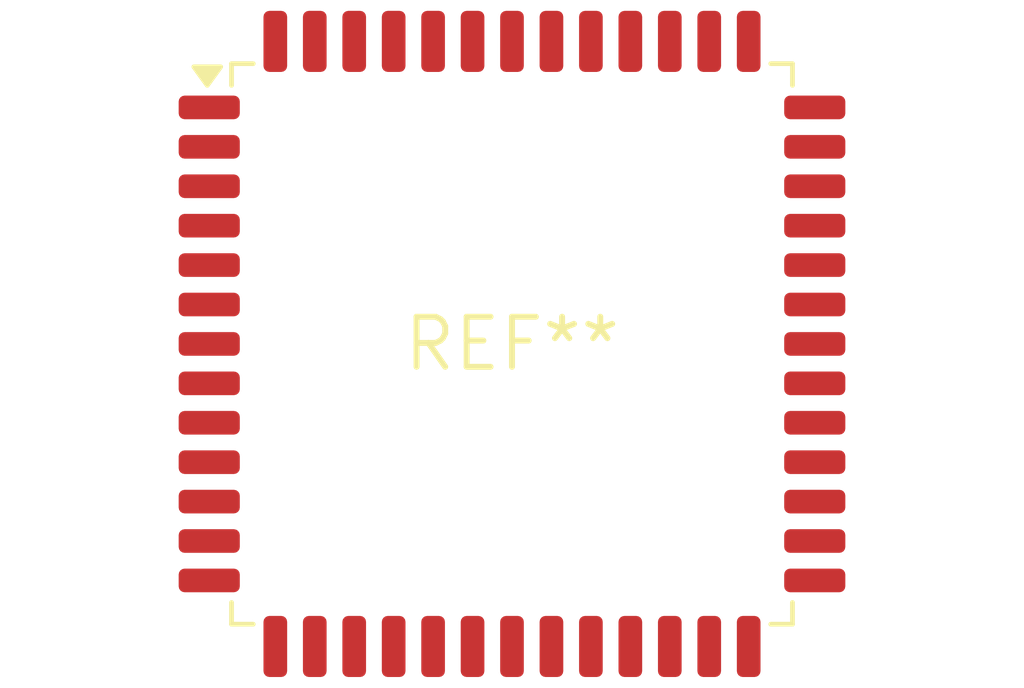
<source format=kicad_pcb>
(kicad_pcb (version 20240108) (generator pcbnew)
  (layers (0 "F.Cu" signal) (31 "B.Cu" signal) (34 "B.Paste" user) (35 "F.Paste" user) (36 "B.SilkS" user "B.Silkscreen") (37 "F.SilkS" user "F.Silkscreen") (38 "B.Mask" user) (39 "F.Mask" user) (44 "Edge.Cuts" user))
  (net 0 "")
  (footprint "LQFP-52_14x14mm_P1mm" (layer "F.Cu") (at 0 0)
    (property "Reference" "REF**")
    (property "Value" "LQFP-52_14x14mm_P1mm")
    (fp_line (start -7.11 -7.11) (end -7.11 -6.56) (layer "F.SilkS") (stroke (width 0.12)))
    (fp_line (start -7.11 7.11) (end -7.11 6.56) (layer "F.SilkS") (stroke (width 0.12)))
    (fp_line (start -6.56 -7.11) (end -7.11 -7.11) (layer "F.SilkS") (stroke (width 0.12)))
    (fp_line (start -6.56 7.11) (end -7.11 7.11) (layer "F.SilkS") (stroke (width 0.12)))
    (fp_line (start 6.56 -7.11) (end 7.11 -7.11) (layer "F.SilkS") (stroke (width 0.12)))
    (fp_line (start 6.56 7.11) (end 7.11 7.11) (layer "F.SilkS") (stroke (width 0.12)))
    (fp_line (start 7.11 -7.11) (end 7.11 -6.56) (layer "F.SilkS") (stroke (width 0.12)))
    (fp_line (start 7.11 7.11) (end 7.11 6.56) (layer "F.SilkS") (stroke (width 0.12)))
    (fp_poly (pts (xy -7.725 -6.56) (xy -8.065 -7.03) (xy -7.385 -7.03) (xy -7.725 -6.56)) (layer "F.SilkS") (stroke (width 0.12)) (fill solid))
    (pad "1" smd roundrect (at -7.675 -6) (size 1.55 0.6) (layers "F.Cu" "F.Paste" "F.Mask"))
    (pad "2" smd roundrect (at -7.675 -5) (size 1.55 0.6) (layers "F.Cu" "F.Paste" "F.Mask"))
    (pad "3" smd roundrect (at -7.675 -4) (size 1.55 0.6) (layers "F.Cu" "F.Paste" "F.Mask"))
    (pad "4" smd roundrect (at -7.675 -3) (size 1.55 0.6) (layers "F.Cu" "F.Paste" "F.Mask"))
    (pad "5" smd roundrect (at -7.675 -2) (size 1.55 0.6) (layers "F.Cu" "F.Paste" "F.Mask"))
    (pad "6" smd roundrect (at -7.675 -1) (size 1.55 0.6) (layers "F.Cu" "F.Paste" "F.Mask"))
    (pad "7" smd roundrect (at -7.675 0) (size 1.55 0.6) (layers "F.Cu" "F.Paste" "F.Mask"))
    (pad "8" smd roundrect (at -7.675 1) (size 1.55 0.6) (layers "F.Cu" "F.Paste" "F.Mask"))
    (pad "9" smd roundrect (at -7.675 2) (size 1.55 0.6) (layers "F.Cu" "F.Paste" "F.Mask"))
    (pad "10" smd roundrect (at -7.675 3) (size 1.55 0.6) (layers "F.Cu" "F.Paste" "F.Mask"))
    (pad "11" smd roundrect (at -7.675 4) (size 1.55 0.6) (layers "F.Cu" "F.Paste" "F.Mask"))
    (pad "12" smd roundrect (at -7.675 5) (size 1.55 0.6) (layers "F.Cu" "F.Paste" "F.Mask"))
    (pad "13" smd roundrect (at -7.675 6) (size 1.55 0.6) (layers "F.Cu" "F.Paste" "F.Mask"))
    (pad "14" smd roundrect (at -6 7.675) (size 0.6 1.55) (layers "F.Cu" "F.Paste" "F.Mask"))
    (pad "15" smd roundrect (at -5 7.675) (size 0.6 1.55) (layers "F.Cu" "F.Paste" "F.Mask"))
    (pad "16" smd roundrect (at -4 7.675) (size 0.6 1.55) (layers "F.Cu" "F.Paste" "F.Mask"))
    (pad "17" smd roundrect (at -3 7.675) (size 0.6 1.55) (layers "F.Cu" "F.Paste" "F.Mask"))
    (pad "18" smd roundrect (at -2 7.675) (size 0.6 1.55) (layers "F.Cu" "F.Paste" "F.Mask"))
    (pad "19" smd roundrect (at -1 7.675) (size 0.6 1.55) (layers "F.Cu" "F.Paste" "F.Mask"))
    (pad "20" smd roundrect (at 0 7.675) (size 0.6 1.55) (layers "F.Cu" "F.Paste" "F.Mask"))
    (pad "21" smd roundrect (at 1 7.675) (size 0.6 1.55) (layers "F.Cu" "F.Paste" "F.Mask"))
    (pad "22" smd roundrect (at 2 7.675) (size 0.6 1.55) (layers "F.Cu" "F.Paste" "F.Mask"))
    (pad "23" smd roundrect (at 3 7.675) (size 0.6 1.55) (layers "F.Cu" "F.Paste" "F.Mask"))
    (pad "24" smd roundrect (at 4 7.675) (size 0.6 1.55) (layers "F.Cu" "F.Paste" "F.Mask"))
    (pad "25" smd roundrect (at 5 7.675) (size 0.6 1.55) (layers "F.Cu" "F.Paste" "F.Mask"))
    (pad "26" smd roundrect (at 6 7.675) (size 0.6 1.55) (layers "F.Cu" "F.Paste" "F.Mask"))
    (pad "27" smd roundrect (at 7.675 6) (size 1.55 0.6) (layers "F.Cu" "F.Paste" "F.Mask"))
    (pad "28" smd roundrect (at 7.675 5) (size 1.55 0.6) (layers "F.Cu" "F.Paste" "F.Mask"))
    (pad "29" smd roundrect (at 7.675 4) (size 1.55 0.6) (layers "F.Cu" "F.Paste" "F.Mask"))
    (pad "30" smd roundrect (at 7.675 3) (size 1.55 0.6) (layers "F.Cu" "F.Paste" "F.Mask"))
    (pad "31" smd roundrect (at 7.675 2) (size 1.55 0.6) (layers "F.Cu" "F.Paste" "F.Mask"))
    (pad "32" smd roundrect (at 7.675 1) (size 1.55 0.6) (layers "F.Cu" "F.Paste" "F.Mask"))
    (pad "33" smd roundrect (at 7.675 0) (size 1.55 0.6) (layers "F.Cu" "F.Paste" "F.Mask"))
    (pad "34" smd roundrect (at 7.675 -1) (size 1.55 0.6) (layers "F.Cu" "F.Paste" "F.Mask"))
    (pad "35" smd roundrect (at 7.675 -2) (size 1.55 0.6) (layers "F.Cu" "F.Paste" "F.Mask"))
    (pad "36" smd roundrect (at 7.675 -3) (size 1.55 0.6) (layers "F.Cu" "F.Paste" "F.Mask"))
    (pad "37" smd roundrect (at 7.675 -4) (size 1.55 0.6) (layers "F.Cu" "F.Paste" "F.Mask"))
    (pad "38" smd roundrect (at 7.675 -5) (size 1.55 0.6) (layers "F.Cu" "F.Paste" "F.Mask"))
    (pad "39" smd roundrect (at 7.675 -6) (size 1.55 0.6) (layers "F.Cu" "F.Paste" "F.Mask"))
    (pad "40" smd roundrect (at 6 -7.675) (size 0.6 1.55) (layers "F.Cu" "F.Paste" "F.Mask"))
    (pad "41" smd roundrect (at 5 -7.675) (size 0.6 1.55) (layers "F.Cu" "F.Paste" "F.Mask"))
    (pad "42" smd roundrect (at 4 -7.675) (size 0.6 1.55) (layers "F.Cu" "F.Paste" "F.Mask"))
    (pad "43" smd roundrect (at 3 -7.675) (size 0.6 1.55) (layers "F.Cu" "F.Paste" "F.Mask"))
    (pad "44" smd roundrect (at 2 -7.675) (size 0.6 1.55) (layers "F.Cu" "F.Paste" "F.Mask"))
    (pad "45" smd roundrect (at 1 -7.675) (size 0.6 1.55) (layers "F.Cu" "F.Paste" "F.Mask"))
    (pad "46" smd roundrect (at 0 -7.675) (size 0.6 1.55) (layers "F.Cu" "F.Paste" "F.Mask"))
    (pad "47" smd roundrect (at -1 -7.675) (size 0.6 1.55) (layers "F.Cu" "F.Paste" "F.Mask"))
    (pad "48" smd roundrect (at -2 -7.675) (size 0.6 1.55) (layers "F.Cu" "F.Paste" "F.Mask"))
    (pad "49" smd roundrect (at -3 -7.675) (size 0.6 1.55) (layers "F.Cu" "F.Paste" "F.Mask"))
    (pad "50" smd roundrect (at -4 -7.675) (size 0.6 1.55) (layers "F.Cu" "F.Paste" "F.Mask"))
    (pad "51" smd roundrect (at -5 -7.675) (size 0.6 1.55) (layers "F.Cu" "F.Paste" "F.Mask"))
    (pad "52" smd roundrect (at -6 -7.675) (size 0.6 1.55) (layers "F.Cu" "F.Paste" "F.Mask"))
  )
)
</source>
